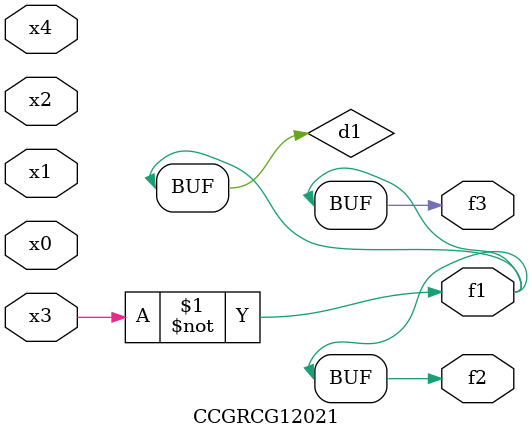
<source format=v>
module CCGRCG12021(
	input x0, x1, x2, x3, x4,
	output f1, f2, f3
);

	wire d1, d2;

	xnor (d1, x3);
	not (d2, x1);
	assign f1 = d1;
	assign f2 = d1;
	assign f3 = d1;
endmodule

</source>
